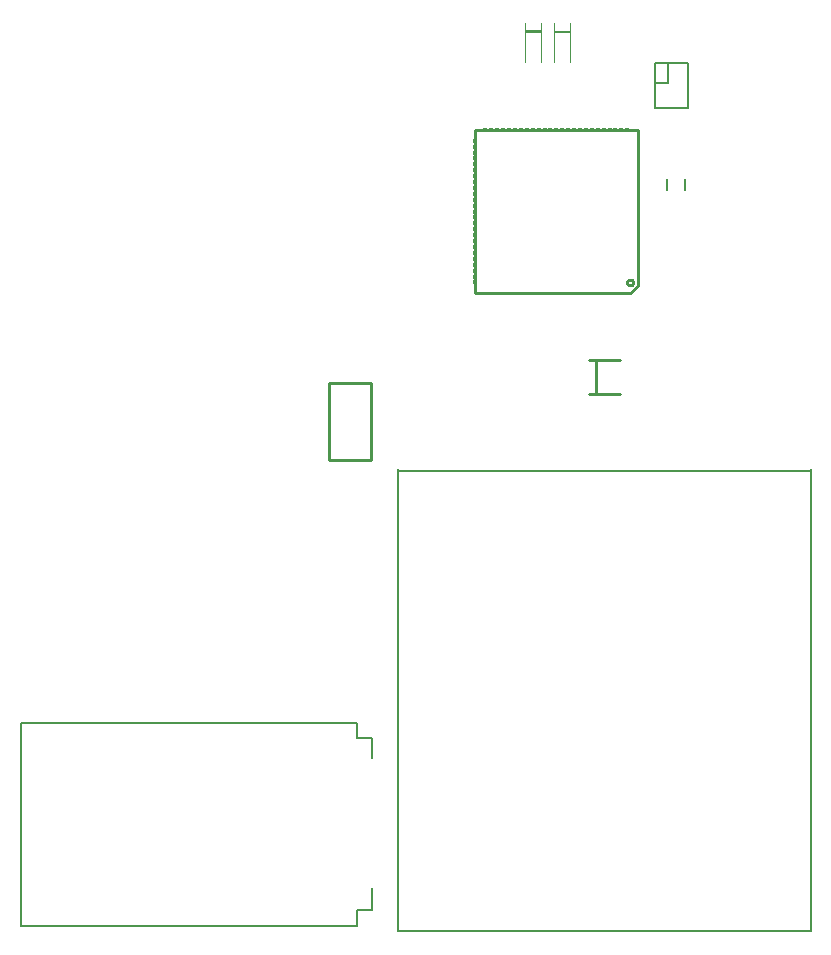
<source format=gto>
G75*
G70*
%OFA0B0*%
%FSLAX24Y24*%
%IPPOS*%
%LPD*%
%AMOC8*
5,1,8,0,0,1.08239X$1,22.5*
%
%ADD10C,0.0100*%
%ADD11C,0.0020*%
%ADD12R,0.0100X0.0120*%
%ADD13R,0.0120X0.0100*%
%ADD14C,0.0080*%
%ADD15C,0.0050*%
D10*
X021939Y017072D02*
X021939Y019652D01*
X023339Y019652D01*
X023339Y017072D01*
X021939Y017072D01*
X030609Y019287D02*
X031619Y019287D01*
X030839Y019297D02*
X030839Y020397D01*
X030609Y020407D02*
X031619Y020407D01*
X031983Y022649D02*
X026803Y022649D01*
X026803Y028068D01*
X032223Y028068D01*
X032223Y022888D01*
X031983Y022649D01*
X031876Y022996D02*
X031878Y023015D01*
X031883Y023034D01*
X031893Y023050D01*
X031905Y023065D01*
X031920Y023077D01*
X031936Y023087D01*
X031955Y023092D01*
X031974Y023094D01*
X031993Y023092D01*
X032012Y023087D01*
X032028Y023077D01*
X032043Y023065D01*
X032055Y023050D01*
X032065Y023034D01*
X032070Y023015D01*
X032072Y022996D01*
X032070Y022977D01*
X032065Y022958D01*
X032055Y022942D01*
X032043Y022927D01*
X032028Y022915D01*
X032012Y022905D01*
X031993Y022900D01*
X031974Y022898D01*
X031955Y022900D01*
X031936Y022905D01*
X031920Y022915D01*
X031905Y022927D01*
X031893Y022942D01*
X031883Y022958D01*
X031878Y022977D01*
X031876Y022996D01*
D11*
X029959Y030352D02*
X029959Y031350D01*
X029428Y031350D01*
X029428Y030352D01*
X029016Y030359D02*
X029016Y031357D01*
X028484Y031357D01*
X028484Y030359D01*
X028484Y031357D02*
X028484Y031376D01*
X029016Y031376D01*
X029016Y031357D01*
X029016Y031376D02*
X029016Y031396D01*
X028484Y031396D01*
X028484Y031376D01*
X028484Y031396D02*
X028484Y031658D01*
X029016Y031658D02*
X029016Y031396D01*
X029428Y031389D02*
X029428Y031651D01*
X029428Y031389D02*
X029959Y031389D01*
X029959Y031369D01*
X029428Y031369D01*
X029428Y031350D01*
X029428Y031369D02*
X029428Y031389D01*
X029959Y031389D02*
X029959Y031651D01*
X029959Y031369D02*
X029959Y031350D01*
D12*
X032264Y027721D03*
X032264Y027524D03*
X032264Y027327D03*
X032264Y027130D03*
X032264Y026933D03*
X032264Y026736D03*
X032264Y026539D03*
X032264Y026343D03*
X032264Y026146D03*
X032264Y025949D03*
X032264Y025752D03*
X032264Y025555D03*
X032264Y025358D03*
X032264Y025162D03*
X032264Y024965D03*
X032264Y024768D03*
X032264Y024571D03*
X032264Y024374D03*
X032264Y024177D03*
X032264Y023980D03*
X032264Y023784D03*
X032264Y023587D03*
X032264Y023390D03*
X032264Y023193D03*
X032264Y022996D03*
X026762Y022996D03*
X026762Y023193D03*
X026762Y023390D03*
X026762Y023587D03*
X026762Y023784D03*
X026762Y023980D03*
X026762Y024177D03*
X026762Y024374D03*
X026762Y024571D03*
X026762Y024768D03*
X026762Y024965D03*
X026762Y025162D03*
X026762Y025358D03*
X026762Y025555D03*
X026762Y025752D03*
X026762Y025949D03*
X026762Y026146D03*
X026762Y026343D03*
X026762Y026539D03*
X026762Y026736D03*
X026762Y026933D03*
X026762Y027130D03*
X026762Y027327D03*
X026762Y027524D03*
X026762Y027721D03*
D13*
X027151Y028110D03*
X027348Y028110D03*
X027545Y028110D03*
X027741Y028110D03*
X027938Y028110D03*
X028135Y028110D03*
X028332Y028110D03*
X028529Y028110D03*
X028726Y028110D03*
X028923Y028110D03*
X029119Y028110D03*
X029316Y028110D03*
X029513Y028110D03*
X029710Y028110D03*
X029907Y028110D03*
X030104Y028110D03*
X030301Y028110D03*
X030497Y028110D03*
X030694Y028110D03*
X030891Y028110D03*
X031088Y028110D03*
X031285Y028110D03*
X031482Y028110D03*
X031679Y028110D03*
X031875Y028110D03*
X031875Y022607D03*
X031679Y022607D03*
X031482Y022607D03*
X031285Y022607D03*
X031088Y022607D03*
X030891Y022607D03*
X030694Y022607D03*
X030497Y022607D03*
X030301Y022607D03*
X030104Y022607D03*
X029907Y022607D03*
X029710Y022607D03*
X029513Y022607D03*
X029316Y022607D03*
X029119Y022607D03*
X028923Y022607D03*
X028726Y022607D03*
X028529Y022607D03*
X028332Y022607D03*
X028135Y022607D03*
X027938Y022607D03*
X027741Y022607D03*
X027545Y022607D03*
X027348Y022607D03*
X027151Y022607D03*
D14*
X011668Y008325D02*
X011668Y001536D01*
X022861Y001536D01*
X022861Y001575D02*
X022861Y002075D01*
X023361Y002075D01*
X023361Y002813D01*
X023361Y007144D02*
X023361Y007825D01*
X022861Y007825D01*
X022861Y008325D01*
X011668Y008325D01*
X033209Y026065D02*
X033209Y026459D01*
X033799Y026459D02*
X033799Y026065D01*
D15*
X033900Y028821D02*
X032800Y028821D01*
X032800Y029651D01*
X033240Y029651D01*
X033240Y030321D01*
X033900Y030321D01*
X033900Y028821D01*
X032800Y029651D02*
X032800Y030321D01*
X033240Y030321D01*
X038001Y016780D02*
X038001Y001362D01*
X024222Y001362D01*
X024222Y016726D01*
X024222Y016780D01*
X024222Y016726D02*
X038001Y016726D01*
M02*

</source>
